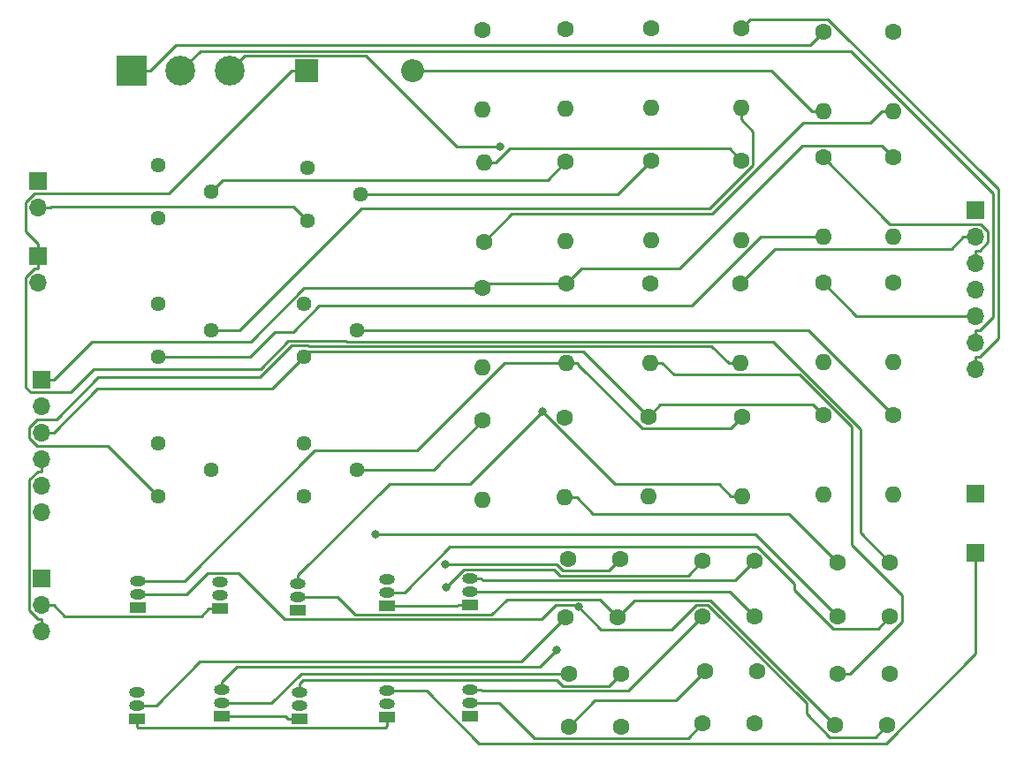
<source format=gbr>
G04 #@! TF.GenerationSoftware,KiCad,Pcbnew,(5.1.5)-3*
G04 #@! TF.CreationDate,2020-01-23T17:34:21-05:00*
G04 #@! TF.ProjectId,dmv,646d762e-6b69-4636-9164-5f7063625858,v01*
G04 #@! TF.SameCoordinates,Original*
G04 #@! TF.FileFunction,Copper,L1,Top*
G04 #@! TF.FilePolarity,Positive*
%FSLAX46Y46*%
G04 Gerber Fmt 4.6, Leading zero omitted, Abs format (unit mm)*
G04 Created by KiCad (PCBNEW (5.1.5)-3) date 2020-01-23 17:34:21*
%MOMM*%
%LPD*%
G04 APERTURE LIST*
%ADD10C,1.600000*%
%ADD11R,2.200000X2.200000*%
%ADD12O,2.200000X2.200000*%
%ADD13R,1.700000X1.700000*%
%ADD14O,1.700000X1.700000*%
%ADD15R,1.500000X1.000000*%
%ADD16O,1.500000X1.000000*%
%ADD17O,1.600000X1.600000*%
%ADD18C,1.440000*%
%ADD19R,2.850000X2.850000*%
%ADD20C,2.850000*%
%ADD21C,0.800000*%
%ADD22C,0.250000*%
G04 APERTURE END LIST*
D10*
X129079000Y-82677000D03*
X124079000Y-82677000D03*
X141779000Y-72263000D03*
X136779000Y-72263000D03*
X110998000Y-88011000D03*
X115998000Y-88011000D03*
X141779000Y-82931000D03*
X136779000Y-82931000D03*
X136525000Y-87884000D03*
X141525000Y-87884000D03*
X141779000Y-77470000D03*
X136779000Y-77470000D03*
X128829000Y-87730000D03*
X123829000Y-87730000D03*
X110998000Y-82931000D03*
X115998000Y-82931000D03*
X123825000Y-77470000D03*
X128825000Y-77470000D03*
X110918000Y-71951000D03*
X115918000Y-71951000D03*
X123825000Y-72136000D03*
X128825000Y-72136000D03*
X115693000Y-77511000D03*
X110693000Y-77511000D03*
D11*
X85852000Y-25146000D03*
D12*
X96012000Y-25146000D03*
D13*
X60153000Y-35734000D03*
D14*
X60153000Y-38274000D03*
X60153000Y-45474000D03*
D13*
X60153000Y-42934000D03*
X60452000Y-73787000D03*
D14*
X60452000Y-76327000D03*
X60452000Y-78867000D03*
D13*
X60452000Y-54737000D03*
D14*
X60452000Y-57277000D03*
X60452000Y-59817000D03*
X60452000Y-62357000D03*
X60452000Y-64897000D03*
X60452000Y-67437000D03*
D13*
X149987000Y-38481000D03*
D14*
X149987000Y-41021000D03*
X149987000Y-43561000D03*
X149987000Y-46101000D03*
X149987000Y-48641000D03*
X149987000Y-51181000D03*
X149987000Y-53721000D03*
D13*
X149987000Y-71374000D03*
X149987000Y-65659000D03*
D15*
X85036000Y-76870000D03*
D16*
X85036000Y-74330000D03*
X85036000Y-75600000D03*
D15*
X101495000Y-76324000D03*
D16*
X101495000Y-73784000D03*
X101495000Y-75054000D03*
X77577000Y-75381000D03*
X77577000Y-74111000D03*
D15*
X77577000Y-76651000D03*
D16*
X85163000Y-86006000D03*
X85163000Y-84736000D03*
D15*
X85163000Y-87276000D03*
X69723000Y-76581000D03*
D16*
X69723000Y-74041000D03*
X69723000Y-75311000D03*
D15*
X93528000Y-76451000D03*
D16*
X93528000Y-73911000D03*
X93528000Y-75181000D03*
X101495000Y-85714000D03*
X101495000Y-84444000D03*
D15*
X101495000Y-86984000D03*
D16*
X77704000Y-85787000D03*
X77704000Y-84517000D03*
D15*
X77704000Y-87057000D03*
D16*
X93528000Y-85841000D03*
X93528000Y-84571000D03*
D15*
X93528000Y-87111000D03*
X69610000Y-87231000D03*
D16*
X69610000Y-84691000D03*
X69610000Y-85961000D03*
D17*
X135395000Y-65778000D03*
D10*
X135395000Y-58158000D03*
D17*
X118618000Y-65913000D03*
D10*
X118618000Y-58293000D03*
D17*
X102743000Y-28829000D03*
D10*
X102743000Y-21209000D03*
D17*
X142112000Y-53103000D03*
D10*
X142112000Y-45483000D03*
X110672000Y-21185000D03*
D17*
X110672000Y-28805000D03*
D10*
X110617000Y-58420000D03*
D17*
X110617000Y-66040000D03*
X127535000Y-41353000D03*
D10*
X127535000Y-33733000D03*
X118803000Y-45538000D03*
D17*
X118803000Y-53158000D03*
X127635000Y-65913000D03*
D10*
X127635000Y-58293000D03*
X102870000Y-41529000D03*
D17*
X102870000Y-33909000D03*
D18*
X85933000Y-39503000D03*
X91013000Y-36963000D03*
X85933000Y-34423000D03*
D17*
X118913000Y-41353000D03*
D10*
X118913000Y-33733000D03*
D18*
X85598000Y-52578000D03*
X90678000Y-50038000D03*
X85598000Y-47498000D03*
D10*
X142112000Y-58158000D03*
D17*
X142112000Y-65778000D03*
D18*
X85598000Y-60833000D03*
X90678000Y-63373000D03*
X85598000Y-65913000D03*
D10*
X102743000Y-58674000D03*
D17*
X102743000Y-66294000D03*
D10*
X135395000Y-45483000D03*
D17*
X135395000Y-53103000D03*
D18*
X71628000Y-34163000D03*
X76708000Y-36703000D03*
X71628000Y-39243000D03*
D10*
X110672000Y-33860000D03*
D17*
X110672000Y-41480000D03*
X118913000Y-28678000D03*
D10*
X118913000Y-21058000D03*
X110772000Y-45525000D03*
D17*
X110772000Y-53145000D03*
X142112000Y-29023000D03*
D10*
X142112000Y-21403000D03*
D17*
X102743000Y-53594000D03*
D10*
X102743000Y-45974000D03*
X142112000Y-33443000D03*
D17*
X142112000Y-41063000D03*
X135395000Y-29023000D03*
D10*
X135395000Y-21403000D03*
D17*
X135395000Y-41063000D03*
D10*
X135395000Y-33443000D03*
D18*
X71628000Y-47498000D03*
X76708000Y-50038000D03*
X71628000Y-52578000D03*
D10*
X127425000Y-45538000D03*
D17*
X127425000Y-53158000D03*
D18*
X71628000Y-65913000D03*
X76708000Y-63373000D03*
X71628000Y-60833000D03*
D10*
X127535000Y-21058000D03*
D17*
X127535000Y-28678000D03*
D19*
X69087000Y-25146000D03*
D20*
X73787000Y-25146000D03*
X78487000Y-25146000D03*
D21*
X111901700Y-76555700D03*
X92457100Y-69575000D03*
X104417400Y-32409900D03*
X109827400Y-80659700D03*
X99178700Y-72477300D03*
X99226200Y-74627100D03*
X108441500Y-57837400D03*
D22*
X110998000Y-88011000D02*
X113502700Y-85506300D01*
X113502700Y-85506300D02*
X121249700Y-85506300D01*
X121249700Y-85506300D02*
X124079000Y-82677000D01*
X111742300Y-66040000D02*
X113317900Y-67615600D01*
X113317900Y-67615600D02*
X132131600Y-67615600D01*
X132131600Y-67615600D02*
X136779000Y-72263000D01*
X110617000Y-66040000D02*
X111742300Y-66040000D01*
X141779000Y-72263000D02*
X138955600Y-69439600D01*
X138955600Y-69439600D02*
X138955600Y-59485400D01*
X138955600Y-59485400D02*
X130558300Y-51088100D01*
X130558300Y-51088100D02*
X89677300Y-51088100D01*
X89677300Y-51088100D02*
X89632600Y-51043400D01*
X89632600Y-51043400D02*
X84115200Y-51043400D01*
X84115200Y-51043400D02*
X81441900Y-53716700D01*
X81441900Y-53716700D02*
X65458700Y-53716700D01*
X65458700Y-53716700D02*
X63263000Y-55912400D01*
X63263000Y-55912400D02*
X59409400Y-55912400D01*
X59409400Y-55912400D02*
X58977700Y-55480700D01*
X58977700Y-55480700D02*
X58977700Y-44917200D01*
X58977700Y-44917200D02*
X59785600Y-44109300D01*
X59785600Y-44109300D02*
X60153000Y-44109300D01*
X85852000Y-25146000D02*
X84426700Y-25146000D01*
X60153000Y-42934000D02*
X60153000Y-41758700D01*
X60153000Y-41758700D02*
X58945100Y-40550800D01*
X58945100Y-40550800D02*
X58945100Y-37750500D01*
X58945100Y-37750500D02*
X59786200Y-36909400D01*
X59786200Y-36909400D02*
X72663300Y-36909400D01*
X72663300Y-36909400D02*
X84426700Y-25146000D01*
X60153000Y-43521600D02*
X60153000Y-42934000D01*
X60153000Y-43521600D02*
X60153000Y-44109300D01*
X118803000Y-53158000D02*
X119928300Y-53158000D01*
X119928300Y-53158000D02*
X121053600Y-54283300D01*
X121053600Y-54283300D02*
X133116500Y-54283300D01*
X133116500Y-54283300D02*
X138061300Y-59228100D01*
X138061300Y-59228100D02*
X138061300Y-70567700D01*
X138061300Y-70567700D02*
X142918400Y-75424800D01*
X142918400Y-75424800D02*
X142918400Y-77936000D01*
X142918400Y-77936000D02*
X137923400Y-82931000D01*
X137923400Y-82931000D02*
X136779000Y-82931000D01*
X111901700Y-76555700D02*
X114037200Y-78691200D01*
X114037200Y-78691200D02*
X120840300Y-78691200D01*
X120840300Y-78691200D02*
X123193500Y-76338000D01*
X123193500Y-76338000D02*
X124342100Y-76338000D01*
X124342100Y-76338000D02*
X133782600Y-85778500D01*
X133782600Y-85778500D02*
X133782600Y-86791400D01*
X133782600Y-86791400D02*
X136010600Y-89019400D01*
X136010600Y-89019400D02*
X140389600Y-89019400D01*
X140389600Y-89019400D02*
X141525000Y-87884000D01*
X111901700Y-76555700D02*
X111702400Y-76356400D01*
X111702400Y-76356400D02*
X109759800Y-76356400D01*
X109759800Y-76356400D02*
X108389400Y-77726800D01*
X108389400Y-77726800D02*
X83767600Y-77726800D01*
X83767600Y-77726800D02*
X79314700Y-73273900D01*
X79314700Y-73273900D02*
X76367700Y-73273900D01*
X76367700Y-73273900D02*
X74330600Y-75311000D01*
X74330600Y-75311000D02*
X69723000Y-75311000D01*
X115693000Y-77511000D02*
X113994000Y-75812000D01*
X113994000Y-75812000D02*
X105047800Y-75812000D01*
X105047800Y-75812000D02*
X103583400Y-77276400D01*
X103583400Y-77276400D02*
X90513800Y-77276400D01*
X90513800Y-77276400D02*
X88837400Y-75600000D01*
X88837400Y-75600000D02*
X85036000Y-75600000D01*
X136525000Y-87884000D02*
X124528600Y-75887600D01*
X124528600Y-75887600D02*
X117316400Y-75887600D01*
X117316400Y-75887600D02*
X115693000Y-77511000D01*
X92457100Y-69575000D02*
X128884000Y-69575000D01*
X128884000Y-69575000D02*
X136779000Y-77470000D01*
X141779000Y-77470000D02*
X140623600Y-78625400D01*
X140623600Y-78625400D02*
X136283600Y-78625400D01*
X136283600Y-78625400D02*
X132571400Y-74913200D01*
X132571400Y-74913200D02*
X132571400Y-74279500D01*
X132571400Y-74279500D02*
X129076800Y-70784900D01*
X129076800Y-70784900D02*
X99619700Y-70784900D01*
X99619700Y-70784900D02*
X95223600Y-75181000D01*
X95223600Y-75181000D02*
X93528000Y-75181000D01*
X101495000Y-73784000D02*
X102570300Y-73784000D01*
X128825000Y-72136000D02*
X126954700Y-74006300D01*
X126954700Y-74006300D02*
X102792600Y-74006300D01*
X102792600Y-74006300D02*
X102570300Y-73784000D01*
X123829000Y-87730000D02*
X122421000Y-89138000D01*
X122421000Y-89138000D02*
X107715600Y-89138000D01*
X107715600Y-89138000D02*
X104291600Y-85714000D01*
X104291600Y-85714000D02*
X101495000Y-85714000D01*
X85163000Y-84736000D02*
X85163000Y-83910700D01*
X115998000Y-82931000D02*
X114807100Y-84121900D01*
X114807100Y-84121900D02*
X110375900Y-84121900D01*
X110375900Y-84121900D02*
X109837600Y-83583600D01*
X109837600Y-83583600D02*
X85490100Y-83583600D01*
X85490100Y-83583600D02*
X85163000Y-83910700D01*
X110998000Y-82931000D02*
X85326000Y-82931000D01*
X85326000Y-82931000D02*
X82470000Y-85787000D01*
X82470000Y-85787000D02*
X77704000Y-85787000D01*
X101495000Y-75054000D02*
X102570300Y-75054000D01*
X128825000Y-77470000D02*
X126409000Y-75054000D01*
X126409000Y-75054000D02*
X102570300Y-75054000D01*
X102570300Y-84444000D02*
X102706000Y-84579700D01*
X102706000Y-84579700D02*
X116715300Y-84579700D01*
X116715300Y-84579700D02*
X123825000Y-77470000D01*
X101495000Y-84444000D02*
X102570300Y-84444000D01*
X78487000Y-25146000D02*
X79912400Y-23720600D01*
X79912400Y-23720600D02*
X91559500Y-23720600D01*
X91559500Y-23720600D02*
X100248800Y-32409900D01*
X100248800Y-32409900D02*
X104417400Y-32409900D01*
X135395000Y-45483000D02*
X138553000Y-48641000D01*
X138553000Y-48641000D02*
X149987000Y-48641000D01*
X109827400Y-80659700D02*
X108231100Y-82256000D01*
X108231100Y-82256000D02*
X79139700Y-82256000D01*
X79139700Y-82256000D02*
X77704000Y-83691700D01*
X77704000Y-84517000D02*
X77704000Y-83691700D01*
X115918000Y-71951000D02*
X114791200Y-73077800D01*
X114791200Y-73077800D02*
X110453300Y-73077800D01*
X110453300Y-73077800D02*
X109852800Y-72477300D01*
X109852800Y-72477300D02*
X99178700Y-72477300D01*
X123825000Y-72136000D02*
X122432900Y-73528100D01*
X122432900Y-73528100D02*
X110126900Y-73528100D01*
X110126900Y-73528100D02*
X109553500Y-72954700D01*
X109553500Y-72954700D02*
X100898600Y-72954700D01*
X100898600Y-72954700D02*
X99226200Y-74627100D01*
X149987000Y-43561000D02*
X149987000Y-42385700D01*
X149987000Y-42385700D02*
X150354300Y-42385700D01*
X150354300Y-42385700D02*
X151180300Y-41559700D01*
X151180300Y-41559700D02*
X151180300Y-40551800D01*
X151180300Y-40551800D02*
X150456400Y-39827900D01*
X150456400Y-39827900D02*
X141779900Y-39827900D01*
X141779900Y-39827900D02*
X135395000Y-33443000D01*
X149987000Y-41021000D02*
X148811700Y-41021000D01*
X127425000Y-45538000D02*
X130766700Y-42196300D01*
X130766700Y-42196300D02*
X147636400Y-42196300D01*
X147636400Y-42196300D02*
X148811700Y-41021000D01*
X110693000Y-77511000D02*
X106452900Y-81751100D01*
X106452900Y-81751100D02*
X75656500Y-81751100D01*
X75656500Y-81751100D02*
X71446600Y-85961000D01*
X71446600Y-85961000D02*
X69610000Y-85961000D01*
X135395000Y-29023000D02*
X134269700Y-29023000D01*
X134269700Y-29023000D02*
X130392700Y-25146000D01*
X130392700Y-25146000D02*
X96012000Y-25146000D01*
X149987000Y-53721000D02*
X149987000Y-52545700D01*
X127535000Y-21058000D02*
X128363800Y-20229200D01*
X128363800Y-20229200D02*
X135845000Y-20229200D01*
X135845000Y-20229200D02*
X152126300Y-36510500D01*
X152126300Y-36510500D02*
X152126300Y-50773700D01*
X152126300Y-50773700D02*
X150354300Y-52545700D01*
X150354300Y-52545700D02*
X149987000Y-52545700D01*
X149987000Y-71374000D02*
X149987000Y-81024000D01*
X149987000Y-81024000D02*
X141375700Y-89635300D01*
X141375700Y-89635300D02*
X102408700Y-89635300D01*
X102408700Y-89635300D02*
X97344400Y-84571000D01*
X97344400Y-84571000D02*
X93528000Y-84571000D01*
X73787000Y-25146000D02*
X75663300Y-23269700D01*
X75663300Y-23269700D02*
X138005000Y-23269700D01*
X138005000Y-23269700D02*
X151649600Y-36914300D01*
X151649600Y-36914300D02*
X151649600Y-48710400D01*
X151649600Y-48710400D02*
X150354300Y-50005700D01*
X150354300Y-50005700D02*
X149987000Y-50005700D01*
X149987000Y-51181000D02*
X149987000Y-50005700D01*
X69087000Y-25146000D02*
X70837300Y-25146000D01*
X70837300Y-25146000D02*
X73322700Y-22660600D01*
X73322700Y-22660600D02*
X134137400Y-22660600D01*
X134137400Y-22660600D02*
X135395000Y-21403000D01*
X85036000Y-74330000D02*
X85036000Y-73504700D01*
X108441500Y-57837400D02*
X101547300Y-64731600D01*
X101547300Y-64731600D02*
X93809100Y-64731600D01*
X93809100Y-64731600D02*
X85036000Y-73504700D01*
X108441500Y-57837400D02*
X115391800Y-64787700D01*
X115391800Y-64787700D02*
X125384400Y-64787700D01*
X125384400Y-64787700D02*
X126509700Y-65913000D01*
X127635000Y-65913000D02*
X126509700Y-65913000D01*
X103995300Y-33909000D02*
X105300300Y-32604000D01*
X105300300Y-32604000D02*
X126406000Y-32604000D01*
X126406000Y-32604000D02*
X127535000Y-33733000D01*
X102870000Y-33909000D02*
X103995300Y-33909000D01*
X60153000Y-38274000D02*
X61328300Y-38274000D01*
X85933000Y-39503000D02*
X84622200Y-38192200D01*
X84622200Y-38192200D02*
X61410100Y-38192200D01*
X61410100Y-38192200D02*
X61328300Y-38274000D01*
X91013000Y-36963000D02*
X115683000Y-36963000D01*
X115683000Y-36963000D02*
X118913000Y-33733000D01*
X90678000Y-50038000D02*
X133992000Y-50038000D01*
X133992000Y-50038000D02*
X142112000Y-58158000D01*
X102743000Y-58674000D02*
X98044000Y-63373000D01*
X98044000Y-63373000D02*
X90678000Y-63373000D01*
X76708000Y-36703000D02*
X77815700Y-35595300D01*
X77815700Y-35595300D02*
X108936700Y-35595300D01*
X108936700Y-35595300D02*
X110672000Y-33860000D01*
X135395000Y-41063000D02*
X129416600Y-41063000D01*
X129416600Y-41063000D02*
X122816100Y-47663500D01*
X122816100Y-47663500D02*
X87044200Y-47663500D01*
X87044200Y-47663500D02*
X84558900Y-50148800D01*
X84558900Y-50148800D02*
X82834500Y-50148800D01*
X82834500Y-50148800D02*
X80405300Y-52578000D01*
X80405300Y-52578000D02*
X71628000Y-52578000D01*
X71628000Y-65913000D02*
X66802000Y-61087000D01*
X66802000Y-61087000D02*
X60051800Y-61087000D01*
X60051800Y-61087000D02*
X59276700Y-60311900D01*
X59276700Y-60311900D02*
X59276700Y-59328000D01*
X59276700Y-59328000D02*
X60057700Y-58547000D01*
X60057700Y-58547000D02*
X61891200Y-58547000D01*
X61891200Y-58547000D02*
X65914200Y-54524000D01*
X65914200Y-54524000D02*
X81364600Y-54524000D01*
X81364600Y-54524000D02*
X84394800Y-51493800D01*
X84394800Y-51493800D02*
X85992300Y-51493800D01*
X85992300Y-51493800D02*
X86037000Y-51538500D01*
X86037000Y-51538500D02*
X124680200Y-51538500D01*
X124680200Y-51538500D02*
X126299700Y-53158000D01*
X127425000Y-53158000D02*
X126299700Y-53158000D01*
X102743000Y-45974000D02*
X85643600Y-45974000D01*
X85643600Y-45974000D02*
X80528900Y-51088700D01*
X80528900Y-51088700D02*
X65275600Y-51088700D01*
X65275600Y-51088700D02*
X61627300Y-54737000D01*
X110772000Y-45525000D02*
X103192000Y-45525000D01*
X103192000Y-45525000D02*
X102743000Y-45974000D01*
X60452000Y-54737000D02*
X61627300Y-54737000D01*
X142112000Y-33443000D02*
X140982500Y-32313500D01*
X140982500Y-32313500D02*
X133369700Y-32313500D01*
X133369700Y-32313500D02*
X121593500Y-44089700D01*
X121593500Y-44089700D02*
X112207300Y-44089700D01*
X112207300Y-44089700D02*
X110772000Y-45525000D01*
X101495000Y-76324000D02*
X100419700Y-76324000D01*
X93528000Y-76451000D02*
X94603300Y-76451000D01*
X94603300Y-76451000D02*
X100292700Y-76451000D01*
X100292700Y-76451000D02*
X100419700Y-76324000D01*
X127535000Y-28678000D02*
X127535000Y-29803300D01*
X76708000Y-50038000D02*
X79416500Y-50038000D01*
X79416500Y-50038000D02*
X91081700Y-38372800D01*
X91081700Y-38372800D02*
X124490200Y-38372800D01*
X124490200Y-38372800D02*
X128660300Y-34202700D01*
X128660300Y-34202700D02*
X128660300Y-30928600D01*
X128660300Y-30928600D02*
X127535000Y-29803300D01*
X60452000Y-76327000D02*
X61627300Y-76327000D01*
X77577000Y-76651000D02*
X76501700Y-76651000D01*
X76501700Y-76651000D02*
X75746400Y-77406300D01*
X75746400Y-77406300D02*
X62706600Y-77406300D01*
X62706600Y-77406300D02*
X61627300Y-76327000D01*
X60452000Y-78867000D02*
X60452000Y-77691700D01*
X60452000Y-62357000D02*
X60452000Y-63532300D01*
X60452000Y-63532300D02*
X60084700Y-63532300D01*
X60084700Y-63532300D02*
X59276700Y-64340300D01*
X59276700Y-64340300D02*
X59276700Y-76883800D01*
X59276700Y-76883800D02*
X60084600Y-77691700D01*
X60084600Y-77691700D02*
X60452000Y-77691700D01*
X61627300Y-59817000D02*
X65808500Y-55635800D01*
X65808500Y-55635800D02*
X82540200Y-55635800D01*
X82540200Y-55635800D02*
X85598000Y-52578000D01*
X118618000Y-58293000D02*
X112338300Y-52013300D01*
X112338300Y-52013300D02*
X86162700Y-52013300D01*
X86162700Y-52013300D02*
X85598000Y-52578000D01*
X135395000Y-58158000D02*
X134396400Y-57159400D01*
X134396400Y-57159400D02*
X119751600Y-57159400D01*
X119751600Y-57159400D02*
X118618000Y-58293000D01*
X69610000Y-87231000D02*
X69610000Y-88056300D01*
X93528000Y-87111000D02*
X93528000Y-87936300D01*
X93528000Y-87936300D02*
X93362900Y-88101400D01*
X93362900Y-88101400D02*
X69655100Y-88101400D01*
X69655100Y-88101400D02*
X69610000Y-88056300D01*
X60452000Y-59817000D02*
X61627300Y-59817000D01*
X85163000Y-87276000D02*
X84087700Y-87276000D01*
X77704000Y-87057000D02*
X83868700Y-87057000D01*
X83868700Y-87057000D02*
X84087700Y-87276000D01*
X110772000Y-53145000D02*
X104830100Y-53145000D01*
X104830100Y-53145000D02*
X96452000Y-61523100D01*
X96452000Y-61523100D02*
X86666200Y-61523100D01*
X86666200Y-61523100D02*
X74148300Y-74041000D01*
X74148300Y-74041000D02*
X69723000Y-74041000D01*
X110772000Y-53145000D02*
X111897300Y-53145000D01*
X111897300Y-53145000D02*
X111897300Y-53285700D01*
X111897300Y-53285700D02*
X118036000Y-59424400D01*
X118036000Y-59424400D02*
X126503600Y-59424400D01*
X126503600Y-59424400D02*
X127635000Y-58293000D01*
X102870000Y-41529000D02*
X105521300Y-38877700D01*
X105521300Y-38877700D02*
X124695000Y-38877700D01*
X124695000Y-38877700D02*
X133424400Y-30148300D01*
X133424400Y-30148300D02*
X139861400Y-30148300D01*
X139861400Y-30148300D02*
X140986700Y-29023000D01*
X142112000Y-29023000D02*
X140986700Y-29023000D01*
M02*

</source>
